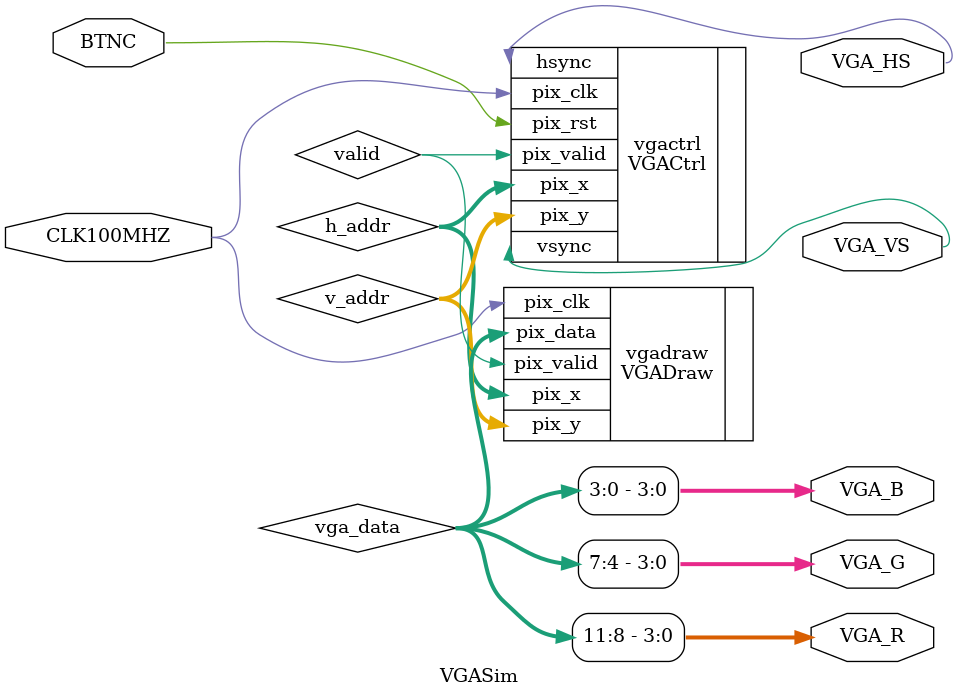
<source format=v>
`timescale 1ns / 1ps


module VGASim(
    input CLK100MHZ,        //ÏµÍ³Ê±ÖÓÐÅºÅ
    input  BTNC,           // ¸´Î»ÐÅºÅ
    output [3:0] VGA_R,    //ºìÉ«ÐÅºÅÖµ
    output [3:0] VGA_G,    //ÂÌÉ«ÐÅºÅÖµ
    output [3:0] VGA_B,     //À¶É«ÐÅºÅÖµ
    output  VGA_HS,         //ÐÐÍ¬²½ÐÅºÅ
    output  VGA_VS          //Ö¡Í¬²½ÐÅºÅ
 );
wire [11:0] vga_data;
wire valid;
wire [11:0] h_addr;
wire [11:0] v_addr;


VGACtrl vgactrl(.pix_x(h_addr),.pix_y(v_addr),.hsync(VGA_HS),.vsync(VGA_VS),.pix_valid(valid),.pix_clk(CLK100MHZ),.pix_rst(BTNC));
VGADraw vgadraw(.pix_data(vga_data),.pix_x(h_addr),.pix_y(v_addr),.pix_valid(valid),.pix_clk(CLK100MHZ));
assign VGA_R=vga_data[11:8];
assign VGA_G=vga_data[7:4];
assign VGA_B=vga_data[3:0];
endmodule

</source>
